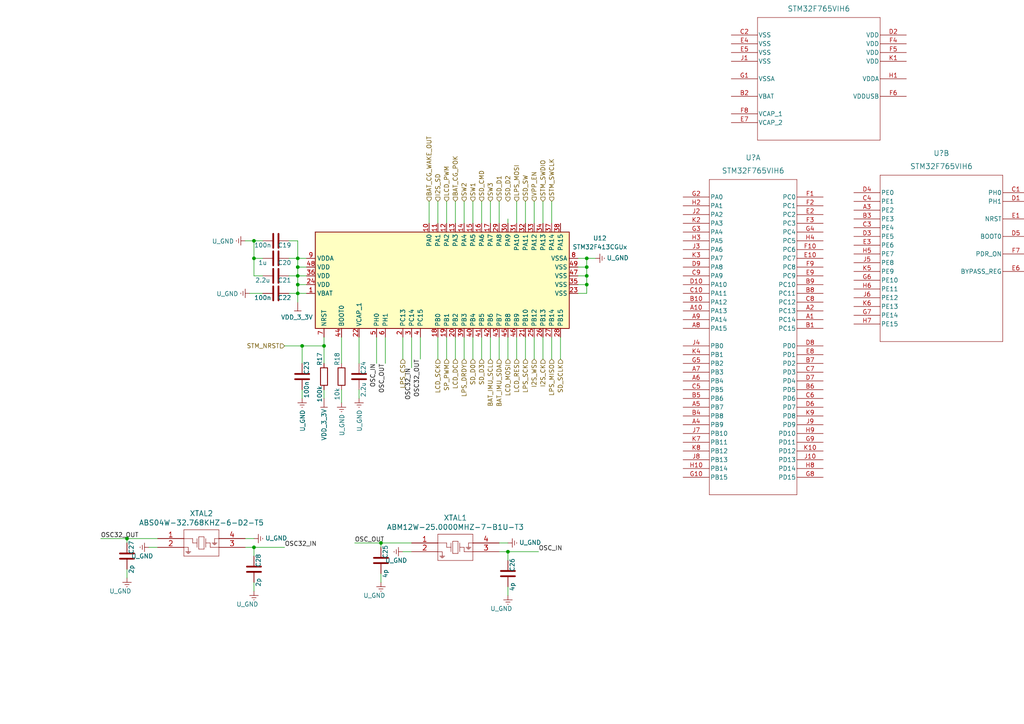
<source format=kicad_sch>
(kicad_sch (version 20211123) (generator eeschema)
  (paper "A4")
  (lib_symbols
    (symbol "Device:C" (pin_numbers hide) (pin_names (offset 0.254))
      (property "Reference" "C" (at 0.635 2.54 0))
      (property "Value" "C" (at 0.635 -2.54 0))
      (symbol "C_0_1"
        (polyline (pts (xy -2.032 -0.762) (xy 2.032 -0.762)) (stroke (width 0.508)))
        (polyline (pts (xy -2.032 0.762) (xy 2.032 0.762)) (stroke (width 0.508)))
      )
      (symbol "C_1_1"
        (pin passive line (at 0 3.81 270) (length 2.794) (name "~") (number "1"))
        (pin passive line (at 0 -3.81 90) (length 2.794) (name "~") (number "2"))
      )
    )
    (symbol "Device:R" (pin_numbers hide) (pin_names (offset 0))
      (property "Reference" "R" (at 2.032 0 90))
      (property "Value" "R" (at 0 0 90))
      (symbol "R_0_1"
        (rectangle (start -1.016 -2.54) (end 1.016 2.54) (stroke (width 0.254)))
      )
      (symbol "R_1_1"
        (pin passive line (at 0 3.81 270) (length 1.27) (name "~") (number "1"))
        (pin passive line (at 0 -3.81 90) (length 1.27) (name "~") (number "2"))
      )
    )
    (symbol "MCU_ST_STM32F4:STM32F413CGUx"
      (property "Reference" "U" (at -15.24 36.83 0))
      (property "Value" "STM32F413CGUx" (at 7.62 36.83 0))
      (symbol "STM32F413CGUx_0_1"
        (rectangle (start -15.24 -38.1) (end 12.7 35.56) (stroke (width 0.254)) (fill (type background)))
      )
      (symbol "STM32F413CGUx_1_1"
        (pin power_in line (at -5.08 38.1 270) (length 2.54) (name "VBAT") (number "1"))
        (pin bidirectional line (at 15.24 2.54 180) (length 2.54) (name "PA0") (number "10"))
        (pin bidirectional line (at 15.24 0 180) (length 2.54) (name "PA1") (number "11"))
        (pin bidirectional line (at 15.24 -2.54 180) (length 2.54) (name "PA2") (number "12"))
        (pin bidirectional line (at 15.24 -5.08 180) (length 2.54) (name "PA3") (number "13"))
        (pin bidirectional line (at 15.24 -7.62 180) (length 2.54) (name "PA4") (number "14"))
        (pin bidirectional line (at 15.24 -10.16 180) (length 2.54) (name "PA5") (number "15"))
        (pin bidirectional line (at 15.24 -12.7 180) (length 2.54) (name "PA6") (number "16"))
        (pin bidirectional line (at 15.24 -15.24 180) (length 2.54) (name "PA7") (number "17"))
        (pin bidirectional line (at -17.78 0 0) (length 2.54) (name "PB0") (number "18"))
        (pin bidirectional line (at -17.78 -2.54 0) (length 2.54) (name "PB1") (number "19"))
        (pin bidirectional line (at -17.78 10.16 0) (length 2.54) (name "PC13") (number "2"))
        (pin bidirectional line (at -17.78 -5.08 0) (length 2.54) (name "PB2") (number "20"))
        (pin bidirectional line (at -17.78 -25.4 0) (length 2.54) (name "PB10") (number "21"))
        (pin power_in line (at -17.78 22.86 0) (length 2.54) (name "VCAP_1") (number "22"))
        (pin power_in line (at -5.08 -40.64 90) (length 2.54) (name "VSS") (number "23"))
        (pin power_in line (at -2.54 38.1 270) (length 2.54) (name "VDD") (number "24"))
        (pin bidirectional line (at -17.78 -27.94 0) (length 2.54) (name "PB12") (number "25"))
        (pin bidirectional line (at -17.78 -30.48 0) (length 2.54) (name "PB13") (number "26"))
        (pin bidirectional line (at -17.78 -33.02 0) (length 2.54) (name "PB14") (number "27"))
        (pin bidirectional line (at -17.78 -35.56 0) (length 2.54) (name "PB15") (number "28"))
        (pin bidirectional line (at 15.24 -17.78 180) (length 2.54) (name "PA8") (number "29"))
        (pin bidirectional line (at -17.78 7.62 0) (length 2.54) (name "PC14") (number "3"))
        (pin bidirectional line (at 15.24 -20.32 180) (length 2.54) (name "PA9") (number "30"))
        (pin bidirectional line (at 15.24 -22.86 180) (length 2.54) (name "PA10") (number "31"))
        (pin bidirectional line (at 15.24 -25.4 180) (length 2.54) (name "PA11") (number "32"))
        (pin bidirectional line (at 15.24 -27.94 180) (length 2.54) (name "PA12") (number "33"))
        (pin bidirectional line (at 15.24 -30.48 180) (length 2.54) (name "PA13") (number "34"))
        (pin power_in line (at -2.54 -40.64 90) (length 2.54) (name "VSS") (number "35"))
        (pin power_in line (at 0 38.1 270) (length 2.54) (name "VDD") (number "36"))
        (pin bidirectional line (at 15.24 -33.02 180) (length 2.54) (name "PA14") (number "37"))
        (pin bidirectional line (at 15.24 -35.56 180) (length 2.54) (name "PA15") (number "38"))
        (pin bidirectional line (at -17.78 -7.62 0) (length 2.54) (name "PB3") (number "39"))
        (pin bidirectional line (at -17.78 5.08 0) (length 2.54) (name "PC15") (number "4"))
        (pin bidirectional line (at -17.78 -10.16 0) (length 2.54) (name "PB4") (number "40"))
        (pin bidirectional line (at -17.78 -12.7 0) (length 2.54) (name "PB5") (number "41"))
        (pin bidirectional line (at -17.78 -15.24 0) (length 2.54) (name "PB6") (number "42"))
        (pin bidirectional line (at -17.78 -17.78 0) (length 2.54) (name "PB7") (number "43"))
        (pin input line (at -17.78 27.94 0) (length 2.54) (name "BOOT0") (number "44"))
        (pin bidirectional line (at -17.78 -20.32 0) (length 2.54) (name "PB8") (number "45"))
        (pin bidirectional line (at -17.78 -22.86 0) (length 2.54) (name "PB9") (number "46"))
        (pin power_in line (at 0 -40.64 90) (length 2.54) (name "VSS") (number "47"))
        (pin power_in line (at 2.54 38.1 270) (length 2.54) (name "VDD") (number "48"))
        (pin power_in line (at 2.54 -40.64 90) (length 2.54) (name "VSS") (number "49"))
        (pin input line (at -17.78 17.78 0) (length 2.54) (name "PH0") (number "5"))
        (pin input line (at -17.78 15.24 0) (length 2.54) (name "PH1") (number "6"))
        (pin input line (at -17.78 33.02 0) (length 2.54) (name "NRST") (number "7"))
        (pin power_in line (at 5.08 -40.64 90) (length 2.54) (name "VSSA") (number "8"))
        (pin power_in line (at 5.08 38.1 270) (length 2.54) (name "VDDA") (number "9"))
      )
    )
    (symbol "User_library:ABM12W-25.0000MHZ-7-B1U-T3" (pin_names (offset 0.254) hide)
      (property "Reference" "XTAL" (at 12.7 3.81 0))
      (property "Value" "User_library_ABM12W-25.0000MHZ-7-B1U-T3" (at 12.7 -7.62 0))
      (symbol "ABM12W-25.0000MHZ-7-B1U-T3_1_1"
        (polyline (pts (xy 7.62 -5.08) (xy 17.78 -5.08)) (stroke (width 0.127)))
        (polyline (pts (xy 7.62 -2.54) (xy 8.89 -2.54)) (stroke (width 0.127)))
        (polyline (pts (xy 7.62 0) (xy 10.16 0)) (stroke (width 0.127)))
        (polyline (pts (xy 7.62 2.54) (xy 7.62 -5.08)) (stroke (width 0.127)))
        (polyline (pts (xy 8.128 -3.81) (xy 9.652 -3.81)) (stroke (width 0.127)))
        (polyline (pts (xy 8.382 -4.064) (xy 9.398 -4.064)) (stroke (width 0.127)))
        (polyline (pts (xy 8.636 -4.318) (xy 9.144 -4.318)) (stroke (width 0.127)))
        (polyline (pts (xy 8.89 -2.54) (xy 8.89 -3.81)) (stroke (width 0.127)))
        (polyline (pts (xy 10.16 -1.27) (xy 11.43 -1.27)) (stroke (width 0.127)))
        (polyline (pts (xy 10.16 0) (xy 10.16 -1.27)) (stroke (width 0.127)))
        (polyline (pts (xy 11.43 0) (xy 11.43 -2.54)) (stroke (width 0.127)))
        (polyline (pts (xy 11.938 -3.048) (xy 13.462 -3.048)) (stroke (width 0.127)))
        (polyline (pts (xy 11.938 0.508) (xy 11.938 -3.048)) (stroke (width 0.127)))
        (polyline (pts (xy 13.462 -3.048) (xy 13.462 0.508)) (stroke (width 0.127)))
        (polyline (pts (xy 13.462 0.508) (xy 11.938 0.508)) (stroke (width 0.127)))
        (polyline (pts (xy 13.97 -1.27) (xy 15.24 -1.27)) (stroke (width 0.127)))
        (polyline (pts (xy 13.97 0) (xy 13.97 -2.54)) (stroke (width 0.127)))
        (polyline (pts (xy 15.24 -2.54) (xy 17.78 -2.54)) (stroke (width 0.127)))
        (polyline (pts (xy 15.24 -1.27) (xy 15.24 -2.54)) (stroke (width 0.127)))
        (polyline (pts (xy 16.51 0) (xy 16.51 -1.27)) (stroke (width 0.127)))
        (polyline (pts (xy 16.764 -1.778) (xy 16.256 -1.778)) (stroke (width 0.127)))
        (polyline (pts (xy 17.018 -1.524) (xy 16.002 -1.524)) (stroke (width 0.127)))
        (polyline (pts (xy 17.272 -1.27) (xy 15.748 -1.27)) (stroke (width 0.127)))
        (polyline (pts (xy 17.78 -5.08) (xy 17.78 2.54)) (stroke (width 0.127)))
        (polyline (pts (xy 17.78 0) (xy 16.51 0)) (stroke (width 0.127)))
        (polyline (pts (xy 17.78 2.54) (xy 7.62 2.54)) (stroke (width 0.127)))
        (pin unspecified line (at 0 0 0) (length 7.62) (name "1") (number "1"))
        (pin unspecified line (at 0 -2.54 0) (length 7.62) (name "2") (number "2"))
        (pin unspecified line (at 25.4 -2.54 180) (length 7.62) (name "3") (number "3"))
        (pin unspecified line (at 25.4 0 180) (length 7.62) (name "4") (number "4"))
      )
    )
    (symbol "User_library:ABS04W-32.768KHZ-6-D2-T5" (pin_names (offset 0.254) hide)
      (property "Reference" "XTAL" (at 12.7 3.81 0))
      (property "Value" "User_library_ABS04W-32.768KHZ-6-D2-T5" (at 12.7 -7.62 0))
      (symbol "ABS04W-32.768KHZ-6-D2-T5_1_1"
        (polyline (pts (xy 7.62 -5.08) (xy 17.78 -5.08)) (stroke (width 0.127)))
        (polyline (pts (xy 7.62 -2.54) (xy 8.89 -2.54)) (stroke (width 0.127)))
        (polyline (pts (xy 7.62 0) (xy 10.16 0)) (stroke (width 0.127)))
        (polyline (pts (xy 7.62 2.54) (xy 7.62 -5.08)) (stroke (width 0.127)))
        (polyline (pts (xy 8.128 -3.81) (xy 9.652 -3.81)) (stroke (width 0.127)))
        (polyline (pts (xy 8.382 -4.064) (xy 9.398 -4.064)) (stroke (width 0.127)))
        (polyline (pts (xy 8.636 -4.318) (xy 9.144 -4.318)) (stroke (width 0.127)))
        (polyline (pts (xy 8.89 -2.54) (xy 8.89 -3.81)) (stroke (width 0.127)))
        (polyline (pts (xy 10.16 -1.27) (xy 11.43 -1.27)) (stroke (width 0.127)))
        (polyline (pts (xy 10.16 0) (xy 10.16 -1.27)) (stroke (width 0.127)))
        (polyline (pts (xy 11.43 0) (xy 11.43 -2.54)) (stroke (width 0.127)))
        (polyline (pts (xy 11.938 -3.048) (xy 13.462 -3.048)) (stroke (width 0.127)))
        (polyline (pts (xy 11.938 0.508) (xy 11.938 -3.048)) (stroke (width 0.127)))
        (polyline (pts (xy 13.462 -3.048) (xy 13.462 0.508)) (stroke (width 0.127)))
        (polyline (pts (xy 13.462 0.508) (xy 11.938 0.508)) (stroke (width 0.127)))
        (polyline (pts (xy 13.97 -1.27) (xy 15.24 -1.27)) (stroke (width 0.127)))
        (polyline (pts (xy 13.97 0) (xy 13.97 -2.54)) (stroke (width 0.127)))
        (polyline (pts (xy 15.24 -2.54) (xy 17.78 -2.54)) (stroke (width 0.127)))
        (polyline (pts (xy 15.24 -1.27) (xy 15.24 -2.54)) (stroke (width 0.127)))
        (polyline (pts (xy 16.51 0) (xy 16.51 -1.27)) (stroke (width 0.127)))
        (polyline (pts (xy 16.764 -1.778) (xy 16.256 -1.778)) (stroke (width 0.127)))
        (polyline (pts (xy 17.018 -1.524) (xy 16.002 -1.524)) (stroke (width 0.127)))
        (polyline (pts (xy 17.272 -1.27) (xy 15.748 -1.27)) (stroke (width 0.127)))
        (polyline (pts (xy 17.78 -5.08) (xy 17.78 2.54)) (stroke (width 0.127)))
        (polyline (pts (xy 17.78 0) (xy 16.51 0)) (stroke (width 0.127)))
        (polyline (pts (xy 17.78 2.54) (xy 7.62 2.54)) (stroke (width 0.127)))
        (pin unspecified line (at 0 0 0) (length 7.62) (name "1") (number "1"))
        (pin unspecified line (at 0 -2.54 0) (length 7.62) (name "2") (number "2"))
        (pin unspecified line (at 25.4 -2.54 180) (length 7.62) (name "3") (number "3"))
        (pin unspecified line (at 25.4 0 180) (length 7.62) (name "4") (number "4"))
      )
    )
    (symbol "User_library:STM32F765VIH6" (pin_names (offset 0.254))
      (property "Reference" "U" (at 20.32 10.16 0))
      (property "Value" "STM32F765VIH6" (at 20.32 7.62 0))
      (symbol "STM32F765VIH6_1_1"
        (polyline (pts (xy 7.62 -86.36) (xy 33.02 -86.36)) (stroke (width 0.127)))
        (polyline (pts (xy 7.62 5.08) (xy 7.62 -86.36)) (stroke (width 0.127)))
        (polyline (pts (xy 33.02 -86.36) (xy 33.02 5.08)) (stroke (width 0.127)))
        (polyline (pts (xy 33.02 5.08) (xy 7.62 5.08)) (stroke (width 0.127)))
        (pin bidirectional line (at 40.64 -35.56 180) (length 7.62) (name "PC14") (number "A1"))
        (pin bidirectional line (at 0 -33.02 0) (length 7.62) (name "PA13") (number "A10"))
        (pin bidirectional line (at 40.64 -33.02 180) (length 7.62) (name "PC13") (number "A2"))
        (pin bidirectional line (at 0 -66.04 0) (length 7.62) (name "PB9") (number "A4"))
        (pin bidirectional line (at 0 -60.96 0) (length 7.62) (name "PB7") (number "A5"))
        (pin bidirectional line (at 0 -53.34 0) (length 7.62) (name "PB4") (number "A6"))
        (pin bidirectional line (at 0 -50.8 0) (length 7.62) (name "PB3") (number "A7"))
        (pin bidirectional line (at 0 -38.1 0) (length 7.62) (name "PA15") (number "A8"))
        (pin bidirectional line (at 0 -35.56 0) (length 7.62) (name "PA14") (number "A9"))
        (pin bidirectional line (at 40.64 -38.1 180) (length 7.62) (name "PC15") (number "B1"))
        (pin bidirectional line (at 0 -30.48 0) (length 7.62) (name "PA12") (number "B10"))
        (pin bidirectional line (at 0 -63.5 0) (length 7.62) (name "PB8") (number "B4"))
        (pin bidirectional line (at 0 -58.42 0) (length 7.62) (name "PB6") (number "B5"))
        (pin bidirectional line (at 40.64 -55.88 180) (length 7.62) (name "PD5") (number "B6"))
        (pin bidirectional line (at 40.64 -48.26 180) (length 7.62) (name "PD2") (number "B7"))
        (pin bidirectional line (at 40.64 -27.94 180) (length 7.62) (name "PC11") (number "B8"))
        (pin bidirectional line (at 40.64 -25.4 180) (length 7.62) (name "PC10") (number "B9"))
        (pin bidirectional line (at 0 -27.94 0) (length 7.62) (name "PA11") (number "C10"))
        (pin bidirectional line (at 0 -55.88 0) (length 7.62) (name "PB5") (number "C5"))
        (pin bidirectional line (at 40.64 -58.42 180) (length 7.62) (name "PD6") (number "C6"))
        (pin bidirectional line (at 40.64 -50.8 180) (length 7.62) (name "PD3") (number "C7"))
        (pin bidirectional line (at 40.64 -30.48 180) (length 7.62) (name "PC12") (number "C8"))
        (pin bidirectional line (at 0 -22.86 0) (length 7.62) (name "PA9") (number "C9"))
        (pin bidirectional line (at 0 -25.4 0) (length 7.62) (name "PA10") (number "D10"))
        (pin bidirectional line (at 40.64 -60.96 180) (length 7.62) (name "PD7") (number "D6"))
        (pin bidirectional line (at 40.64 -53.34 180) (length 7.62) (name "PD4") (number "D7"))
        (pin bidirectional line (at 40.64 -43.18 180) (length 7.62) (name "PD0") (number "D8"))
        (pin bidirectional line (at 0 -20.32 0) (length 7.62) (name "PA8") (number "D9"))
        (pin bidirectional line (at 40.64 -17.78 180) (length 7.62) (name "PC7") (number "E10"))
        (pin bidirectional line (at 40.64 -5.08 180) (length 7.62) (name "PC2") (number "E2"))
        (pin bidirectional line (at 40.64 -45.72 180) (length 7.62) (name "PD1") (number "E8"))
        (pin bidirectional line (at 40.64 -22.86 180) (length 7.62) (name "PC9") (number "E9"))
        (pin bidirectional line (at 40.64 0 180) (length 7.62) (name "PC0") (number "F1"))
        (pin bidirectional line (at 40.64 -15.24 180) (length 7.62) (name "PC6") (number "F10"))
        (pin bidirectional line (at 40.64 -2.54 180) (length 7.62) (name "PC1") (number "F2"))
        (pin bidirectional line (at 40.64 -7.62 180) (length 7.62) (name "PC3") (number "F3"))
        (pin bidirectional line (at 40.64 -20.32 180) (length 7.62) (name "PC8") (number "F9"))
        (pin bidirectional line (at 0 -81.28 0) (length 7.62) (name "PB15") (number "G10"))
        (pin bidirectional line (at 0 0 0) (length 7.62) (name "PA0") (number "G2"))
        (pin bidirectional line (at 0 -10.16 0) (length 7.62) (name "PA4") (number "G3"))
        (pin bidirectional line (at 40.64 -10.16 180) (length 7.62) (name "PC4") (number "G4"))
        (pin bidirectional line (at 0 -48.26 0) (length 7.62) (name "PB2") (number "G5"))
        (pin bidirectional line (at 40.64 -81.28 180) (length 7.62) (name "PD15") (number "G8"))
        (pin bidirectional line (at 40.64 -71.12 180) (length 7.62) (name "PD11") (number "G9"))
        (pin bidirectional line (at 0 -78.74 0) (length 7.62) (name "PB14") (number "H10"))
        (pin bidirectional line (at 0 -2.54 0) (length 7.62) (name "PA1") (number "H2"))
        (pin bidirectional line (at 0 -12.7 0) (length 7.62) (name "PA5") (number "H3"))
        (pin bidirectional line (at 40.64 -12.7 180) (length 7.62) (name "PC5") (number "H4"))
        (pin bidirectional line (at 40.64 -78.74 180) (length 7.62) (name "PD14") (number "H8"))
        (pin bidirectional line (at 40.64 -68.58 180) (length 7.62) (name "PD10") (number "H9"))
        (pin bidirectional line (at 40.64 -76.2 180) (length 7.62) (name "PD13") (number "J10"))
        (pin bidirectional line (at 0 -5.08 0) (length 7.62) (name "PA2") (number "J2"))
        (pin bidirectional line (at 0 -15.24 0) (length 7.62) (name "PA6") (number "J3"))
        (pin bidirectional line (at 0 -43.18 0) (length 7.62) (name "PB0") (number "J4"))
        (pin bidirectional line (at 0 -68.58 0) (length 7.62) (name "PB10") (number "J7"))
        (pin bidirectional line (at 0 -76.2 0) (length 7.62) (name "PB13") (number "J8"))
        (pin bidirectional line (at 40.64 -66.04 180) (length 7.62) (name "PD9") (number "J9"))
        (pin bidirectional line (at 40.64 -73.66 180) (length 7.62) (name "PD12") (number "K10"))
        (pin bidirectional line (at 0 -7.62 0) (length 7.62) (name "PA3") (number "K2"))
        (pin bidirectional line (at 0 -17.78 0) (length 7.62) (name "PA7") (number "K3"))
        (pin bidirectional line (at 0 -45.72 0) (length 7.62) (name "PB1") (number "K4"))
        (pin bidirectional line (at 0 -71.12 0) (length 7.62) (name "PB11") (number "K7"))
        (pin bidirectional line (at 0 -73.66 0) (length 7.62) (name "PB12") (number "K8"))
        (pin bidirectional line (at 40.64 -63.5 180) (length 7.62) (name "PD8") (number "K9"))
      )
      (symbol "STM32F765VIH6_2_1"
        (polyline (pts (xy 7.62 -43.18) (xy 43.18 -43.18)) (stroke (width 0.127)))
        (polyline (pts (xy 7.62 5.08) (xy 7.62 -43.18)) (stroke (width 0.127)))
        (polyline (pts (xy 43.18 -43.18) (xy 43.18 5.08)) (stroke (width 0.127)))
        (polyline (pts (xy 43.18 5.08) (xy 7.62 5.08)) (stroke (width 0.127)))
        (pin bidirectional line (at 0 -5.08 0) (length 7.62) (name "PE2") (number "A3"))
        (pin bidirectional line (at 0 -7.62 0) (length 7.62) (name "PE3") (number "B3"))
        (pin bidirectional line (at 50.8 0 180) (length 7.62) (name "PH0") (number "C1"))
        (pin bidirectional line (at 0 -10.16 0) (length 7.62) (name "PE4") (number "C3"))
        (pin bidirectional line (at 0 -2.54 0) (length 7.62) (name "PE1") (number "C4"))
        (pin bidirectional line (at 50.8 -2.54 180) (length 7.62) (name "PH1") (number "D1"))
        (pin bidirectional line (at 0 -12.7 0) (length 7.62) (name "PE5") (number "D3"))
        (pin bidirectional line (at 0 0 0) (length 7.62) (name "PE0") (number "D4"))
        (pin input line (at 50.8 -12.7 180) (length 7.62) (name "BOOT0") (number "D5"))
        (pin bidirectional line (at 50.8 -7.62 180) (length 7.62) (name "NRST") (number "E1"))
        (pin bidirectional line (at 0 -15.24 0) (length 7.62) (name "PE6") (number "E3"))
        (pin bidirectional line (at 50.8 -22.86 180) (length 7.62) (name "BYPASS_REG") (number "E6"))
        (pin bidirectional line (at 50.8 -17.78 180) (length 7.62) (name "PDR_ON") (number "F7"))
        (pin bidirectional line (at 0 -25.4 0) (length 7.62) (name "PE10") (number "G6"))
        (pin bidirectional line (at 0 -35.56 0) (length 7.62) (name "PE14") (number "G7"))
        (pin bidirectional line (at 0 -17.78 0) (length 7.62) (name "PE7") (number "H5"))
        (pin bidirectional line (at 0 -27.94 0) (length 7.62) (name "PE11") (number "H6"))
        (pin bidirectional line (at 0 -38.1 0) (length 7.62) (name "PE15") (number "H7"))
        (pin bidirectional line (at 0 -20.32 0) (length 7.62) (name "PE8") (number "J5"))
        (pin bidirectional line (at 0 -30.48 0) (length 7.62) (name "PE12") (number "J6"))
        (pin bidirectional line (at 0 -22.86 0) (length 7.62) (name "PE9") (number "K5"))
        (pin bidirectional line (at 0 -33.02 0) (length 7.62) (name "PE13") (number "K6"))
      )
      (symbol "STM32F765VIH6_3_1"
        (polyline (pts (xy 7.62 -30.48) (xy 43.18 -30.48)) (stroke (width 0.127)))
        (polyline (pts (xy 7.62 5.08) (xy 7.62 -30.48)) (stroke (width 0.127)))
        (polyline (pts (xy 43.18 -30.48) (xy 43.18 5.08)) (stroke (width 0.127)))
        (polyline (pts (xy 43.18 5.08) (xy 7.62 5.08)) (stroke (width 0.127)))
        (pin power_in line (at 0 -17.78 0) (length 7.62) (name "VBAT") (number "B2"))
        (pin power_in line (at 0 0 0) (length 7.62) (name "VSS") (number "C2"))
        (pin power_in line (at 50.8 0 180) (length 7.62) (name "VDD") (number "D2"))
        (pin power_in line (at 0 -2.54 0) (length 7.62) (name "VSS") (number "E4"))
        (pin power_in line (at 0 -5.08 0) (length 7.62) (name "VSS") (number "E5"))
        (pin power_in line (at 0 -25.4 0) (length 7.62) (name "VCAP_2") (number "E7"))
        (pin power_in line (at 50.8 -2.54 180) (length 7.62) (name "VDD") (number "F4"))
        (pin power_in line (at 50.8 -5.08 180) (length 7.62) (name "VDD") (number "F5"))
        (pin power_in line (at 50.8 -17.78 180) (length 7.62) (name "VDDUSB") (number "F6"))
        (pin power_in line (at 0 -22.86 0) (length 7.62) (name "VCAP_1") (number "F8"))
        (pin power_in line (at 0 -12.7 0) (length 7.62) (name "VSSA") (number "G1"))
        (pin power_in line (at 50.8 -12.7 180) (length 7.62) (name "VDDA") (number "H1"))
        (pin power_in line (at 0 -7.62 0) (length 7.62) (name "VSS") (number "J1"))
        (pin power_in line (at 50.8 -7.62 180) (length 7.62) (name "VDD") (number "K1"))
      )
    )
    (symbol "User_power:GND" (power) (pin_names (offset 0))
      (property "Value" "User_power_GND" (at 0 -3.81 0))
      (symbol "GND_0_1"
        (polyline (pts (xy -0.635 -1.905) (xy 0.635 -1.905)))
        (polyline (pts (xy -0.127 -2.54) (xy 0.127 -2.54)))
        (polyline (pts (xy 0 -1.27) (xy 0 0)))
        (polyline (pts (xy 1.27 -1.27) (xy -1.27 -1.27)))
      )
      (symbol "GND_1_1"
        (pin power_in line (at 0 0 270) (length 0) hide (name "U_GND") (number "1"))
      )
    )
    (symbol "User_power:VDD_3.3V" (power) (pin_names (offset 0))
      (property "Value" "User_power_VDD_3.3V" (at 0 3.81 0))
      (symbol "VDD_3.3V_0_1"
        (polyline (pts (xy -1.016 2.54) (xy 0 2.54)))
        (polyline (pts (xy 0 0) (xy 0 2.54)))
        (polyline (pts (xy 0 2.54) (xy 1.016 2.54)))
      )
      (symbol "VDD_3.3V_1_1"
        (pin power_in line (at 0 0 90) (length 0) hide (name "VDD_3_3V") (number "1"))
      )
    )
  )
  (junction (at 86.36 85.09))
  (junction (at 110.49 157.48))
  (junction (at 86.36 80.01))
  (junction (at 73.66 69.85))
  (junction (at 86.36 82.55))
  (junction (at 73.66 158.75))
  (junction (at 86.36 77.47))
  (junction (at 170.18 74.93))
  (junction (at 147.32 160.02))
  (junction (at 36.83 156.21))
  (junction (at 170.18 82.55))
  (junction (at 170.18 80.01))
  (junction (at 86.36 74.93))
  (junction (at 170.18 77.47))
  (junction (at 87.63 100.33))
  (junction (at 73.66 74.93))
  (junction (at 93.98 100.33))
  (wire (pts (xy 147.32 160.02) (xy 156.21 160.02)))
  (wire (pts (xy 144.78 58.42) (xy 144.78 64.77)))
  (wire (pts (xy 147.32 63.5) (xy 147.32 64.77)))
  (wire (pts (xy 147.32 160.02) (xy 147.32 162.56)))
  (wire (pts (xy 73.66 74.93) (xy 73.66 80.01)))
  (wire (pts (xy 127 104.14) (xy 127 97.79)))
  (wire (pts (xy 147.32 104.14) (xy 147.32 97.79)))
  (wire (pts (xy 149.86 58.42) (xy 149.86 64.77)))
  (wire (pts (xy 82.55 100.33) (xy 87.63 100.33)))
  (wire (pts (xy 99.06 116.84) (xy 99.06 113.03)))
  (wire (pts (xy 86.36 80.01) (xy 83.82 80.01)))
  (wire (pts (xy 111.76 97.79) (xy 111.76 105.41)))
  (wire (pts (xy 36.83 156.21) (xy 29.21 156.21)))
  (wire (pts (xy 172.72 74.93) (xy 170.18 74.93)))
  (wire (pts (xy 142.24 58.42) (xy 142.24 64.77)))
  (wire (pts (xy 157.48 64.77) (xy 157.48 58.42)))
  (wire (pts (xy 86.36 87.63) (xy 86.36 85.09)))
  (wire (pts (xy 86.36 69.85) (xy 86.36 74.93)))
  (wire (pts (xy 93.98 115.57) (xy 93.98 113.03)))
  (wire (pts (xy 127 58.42) (xy 127 64.77)))
  (wire (pts (xy 86.36 82.55) (xy 86.36 85.09)))
  (wire (pts (xy 87.63 113.03) (xy 87.63 115.57)))
  (wire (pts (xy 86.36 74.93) (xy 88.9 74.93)))
  (wire (pts (xy 170.18 74.93) (xy 167.64 74.93)))
  (wire (pts (xy 137.16 97.79) (xy 137.16 104.14)))
  (wire (pts (xy 142.24 104.14) (xy 142.24 97.79)))
  (wire (pts (xy 160.02 58.42) (xy 160.02 64.77)))
  (wire (pts (xy 87.63 105.41) (xy 87.63 100.33)))
  (wire (pts (xy 86.36 82.55) (xy 86.36 80.01)))
  (wire (pts (xy 104.14 97.79) (xy 104.14 105.41)))
  (wire (pts (xy 88.9 82.55) (xy 86.36 82.55)))
  (wire (pts (xy 45.72 156.21) (xy 36.83 156.21)))
  (wire (pts (xy 121.92 104.14) (xy 121.92 97.79)))
  (wire (pts (xy 124.46 58.42) (xy 124.46 64.77)))
  (wire (pts (xy 137.16 58.42) (xy 137.16 64.77)))
  (wire (pts (xy 149.86 104.14) (xy 149.86 97.79)))
  (wire (pts (xy 167.64 82.55) (xy 170.18 82.55)))
  (wire (pts (xy 104.14 113.03) (xy 104.14 115.57)))
  (wire (pts (xy 119.38 157.48) (xy 110.49 157.48)))
  (wire (pts (xy 154.94 97.79) (xy 154.94 104.14)))
  (wire (pts (xy 132.08 58.42) (xy 132.08 64.77)))
  (wire (pts (xy 99.06 105.41) (xy 99.06 97.79)))
  (wire (pts (xy 36.83 156.21) (xy 36.83 157.48)))
  (wire (pts (xy 83.82 69.85) (xy 86.36 69.85)))
  (wire (pts (xy 36.83 167.64) (xy 36.83 165.1)))
  (wire (pts (xy 93.98 100.33) (xy 93.98 105.41)))
  (wire (pts (xy 73.66 158.75) (xy 82.55 158.75)))
  (wire (pts (xy 86.36 77.47) (xy 86.36 80.01)))
  (wire (pts (xy 157.48 104.14) (xy 157.48 97.79)))
  (wire (pts (xy 144.78 160.02) (xy 147.32 160.02)))
  (wire (pts (xy 134.62 58.42) (xy 134.62 64.77)))
  (wire (pts (xy 170.18 77.47) (xy 170.18 74.93)))
  (wire (pts (xy 86.36 77.47) (xy 88.9 77.47)))
  (wire (pts (xy 152.4 64.77) (xy 152.4 58.42)))
  (wire (pts (xy 73.66 168.91) (xy 73.66 171.45)))
  (wire (pts (xy 93.98 97.79) (xy 93.98 100.33)))
  (wire (pts (xy 109.22 97.79) (xy 109.22 105.41)))
  (wire (pts (xy 144.78 104.14) (xy 144.78 97.79)))
  (wire (pts (xy 71.12 158.75) (xy 73.66 158.75)))
  (wire (pts (xy 170.18 85.09) (xy 170.18 82.55)))
  (wire (pts (xy 43.18 158.75) (xy 45.72 158.75)))
  (wire (pts (xy 110.49 157.48) (xy 102.87 157.48)))
  (wire (pts (xy 147.32 157.48) (xy 144.78 157.48)))
  (wire (pts (xy 134.62 97.79) (xy 134.62 104.14)))
  (wire (pts (xy 73.66 158.75) (xy 73.66 161.29)))
  (wire (pts (xy 86.36 85.09) (xy 83.82 85.09)))
  (wire (pts (xy 86.36 74.93) (xy 83.82 74.93)))
  (wire (pts (xy 129.54 97.79) (xy 129.54 104.14)))
  (wire (pts (xy 132.08 97.79) (xy 132.08 104.14)))
  (wire (pts (xy 160.02 104.14) (xy 160.02 97.79)))
  (wire (pts (xy 116.84 160.02) (xy 119.38 160.02)))
  (wire (pts (xy 139.7 58.42) (xy 139.7 64.77)))
  (wire (pts (xy 167.64 77.47) (xy 170.18 77.47)))
  (wire (pts (xy 152.4 97.79) (xy 152.4 104.14)))
  (wire (pts (xy 71.12 69.85) (xy 73.66 69.85)))
  (wire (pts (xy 119.38 106.68) (xy 119.38 97.79)))
  (wire (pts (xy 139.7 104.14) (xy 139.7 97.79)))
  (wire (pts (xy 76.2 80.01) (xy 73.66 80.01)))
  (wire (pts (xy 167.64 80.01) (xy 170.18 80.01)))
  (wire (pts (xy 129.54 64.77) (xy 129.54 58.42)))
  (wire (pts (xy 110.49 168.91) (xy 110.49 166.37)))
  (wire (pts (xy 88.9 85.09) (xy 86.36 85.09)))
  (wire (pts (xy 170.18 80.01) (xy 170.18 77.47)))
  (wire (pts (xy 86.36 80.01) (xy 88.9 80.01)))
  (wire (pts (xy 76.2 85.09) (xy 72.39 85.09)))
  (wire (pts (xy 170.18 85.09) (xy 167.64 85.09)))
  (wire (pts (xy 162.56 104.14) (xy 162.56 97.79)))
  (wire (pts (xy 116.84 104.14) (xy 116.84 97.79)))
  (wire (pts (xy 73.66 69.85) (xy 73.66 74.93)))
  (wire (pts (xy 73.66 156.21) (xy 71.12 156.21)))
  (wire (pts (xy 147.32 170.18) (xy 147.32 172.72)))
  (wire (pts (xy 87.63 100.33) (xy 93.98 100.33)))
  (wire (pts (xy 76.2 74.93) (xy 73.66 74.93)))
  (wire (pts (xy 170.18 80.01) (xy 170.18 82.55)))
  (wire (pts (xy 154.94 58.42) (xy 154.94 64.77)))
  (wire (pts (xy 110.49 157.48) (xy 110.49 158.75)))
  (wire (pts (xy 86.36 74.93) (xy 86.36 77.47)))
  (wire (pts (xy 76.2 69.85) (xy 73.66 69.85)))
  (label "OSC32_IN" (at 119.38 106.68 270))
  (label "OSC_OUT" (at 102.87 157.48 0))
  (label "OSC_IN" (at 156.21 160.02 0))
  (label "OSC32_OUT" (at 29.21 156.21 0))
  (label "OSC32_OUT" (at 121.92 104.14 270))
  (label "OSC_IN" (at 109.22 105.41 270))
  (label "OSC_OUT" (at 111.76 105.41 270))
  (label "OSC32_IN" (at 82.55 158.75 0))
  (hierarchical_label "SP_PWM" (shape input) (at 129.54 104.14 270))
  (hierarchical_label "SD_SW" (shape input) (at 152.4 58.42 90))
  (hierarchical_label "SD_D0" (shape input) (at 137.16 104.14 270))
  (hierarchical_label "SD_SCLK" (shape input) (at 162.56 104.14 270))
  (hierarchical_label "I2S_CK" (shape input) (at 157.48 104.14 270))
  (hierarchical_label "LCD_PWM" (shape input) (at 129.54 58.42 90))
  (hierarchical_label "BAT_CG_WAKE_OUT" (shape input) (at 124.46 58.42 90))
  (hierarchical_label "LPS_DRDY" (shape input) (at 134.62 104.14 270))
  (hierarchical_label "LCD_RES" (shape input) (at 149.86 104.14 270))
  (hierarchical_label "BAT_IMU_SDA" (shape input) (at 144.78 104.14 270))
  (hierarchical_label "SD_D3" (shape input) (at 139.7 104.14 270))
  (hierarchical_label "LPS_MOSI" (shape input) (at 149.86 58.42 90))
  (hierarchical_label "SW1" (shape input) (at 137.16 58.42 90))
  (hierarchical_label "I2S_SD" (shape input) (at 127 58.42 90))
  (hierarchical_label "BAT_CG_POK" (shape input) (at 132.08 58.42 90))
  (hierarchical_label "BAT_IMU_SCL" (shape input) (at 142.24 104.14 270))
  (hierarchical_label "LCD_SCK" (shape input) (at 127 104.14 270))
  (hierarchical_label "STM_SWDIO" (shape input) (at 157.48 58.42 90))
  (hierarchical_label "SD_D2" (shape input) (at 147.32 58.42 90))
  (hierarchical_label "VPP_EN" (shape input) (at 154.94 58.42 90))
  (hierarchical_label "LCD_MOSI" (shape input) (at 147.32 104.14 270))
  (hierarchical_label "LPS_SCK" (shape input) (at 152.4 104.14 270))
  (hierarchical_label "LCD_DC" (shape input) (at 132.08 104.14 270))
  (hierarchical_label "LPS_MISO" (shape input) (at 160.02 104.14 270))
  (hierarchical_label "SD_CMD" (shape input) (at 139.7 58.42 90))
  (hierarchical_label "STM_NRST" (shape input) (at 82.55 100.33 180))
  (hierarchical_label "LPS_CS" (shape input) (at 116.84 104.14 270))
  (hierarchical_label "SD_D1" (shape input) (at 144.78 58.42 90))
  (hierarchical_label "SW2" (shape input) (at 134.62 58.42 90))
  (hierarchical_label "STM_SWCLK" (shape input) (at 160.02 58.42 90))
  (hierarchical_label "SW3" (shape input) (at 142.24 58.42 90))
  (hierarchical_label "I2S_WS" (shape input) (at 154.94 104.14 270))
  (symbol (lib_id "Device:C") (at 80.01 85.09 90) (unit 1)
    (property "Reference" "C22" (at 82.55 86.36 90))
    (property "Value" "100n" (at 76.2 86.36 90))
    (property "Footprint" "User_library:UL_C_0402_1005Metric" (effects hide))
  )
  (symbol (lib_id "User_power:GND") (at 36.83 167.64 0) (unit 1)
    (property "Reference" "#PWR072" (effects hide))
    (property "Value" "GND" (at 38.1 171.45 0) (effects (justify right)))
  )
  (symbol (lib_id "Device:C") (at 147.32 166.37 180) (unit 1)
    (property "Reference" "C26" (at 148.59 163.83 90))
    (property "Value" "4p" (at 148.59 170.18 90))
    (property "Footprint" "User_library:UL_C_0402_1005Metric" (effects hide))
  )
  (symbol (lib_id "Device:C") (at 80.01 74.93 90) (unit 1)
    (property "Reference" "C20" (at 82.55 76.2 90))
    (property "Value" "1u" (at 76.2 76.2 90))
    (property "Footprint" "User_library:UL_C_0402_1005Metric" (effects hide))
  )
  (symbol (lib_id "User_power:VDD_3.3V") (at 86.36 87.63 180) (unit 1)
    (property "Reference" "#PWR059" (effects hide))
    (property "Value" "VDD_3.3V" (at 86.106 92.0242 0))
  )
  (symbol (lib_id "User_library:STM32F765VIH6") (at 198.12 57.15 0) (unit 1)
    (property "Reference" "U?" (at 218.44 45.72 0) (effects (font (size 1.524 1.524))))
    (property "Value" "STM32F765VIH6" (at 218.44 49.53 0) (effects (font (size 1.524 1.524))))
    (property "Footprint" "User_library:TFBGA100_STM" (effects hide))
    (property "Datasheet" "STM32F765VIH6" (effects hide))
  )
  (symbol (lib_id "User_power:GND") (at 43.18 158.75 270) (unit 1)
    (property "Reference" "#PWR073" (effects hide))
    (property "Value" "GND" (at 44.45 161.29 90) (effects (justify right)))
  )
  (symbol (lib_id "MCU_ST_STM32F4:STM32F413CGUx") (at 127 80.01 90) (unit 1)
    (property "Reference" "U12" (at 173.99 69.1005 90))
    (property "Value" "STM32F413CGUx" (at 173.99 71.6405 90))
    (property "Footprint" "Package_DFN_QFN:QFN-48-1EP_7x7mm_P0.5mm_EP5.6x5.6mm" (effects hide))
    (property "Datasheet" "http://www.st.com/st-web-ui/static/active/en/resource/technical/document/datasheet/DM00282249.pdf" (effects hide))
  )
  (symbol (lib_id "Device:C") (at 80.01 80.01 90) (unit 1)
    (property "Reference" "C21" (at 82.55 81.28 90))
    (property "Value" "2.2u" (at 76.2 81.28 90))
    (property "Footprint" "User_library:UL_C_0402_1005Metric" (effects hide))
  )
  (symbol (lib_id "User_power:GND") (at 72.39 85.09 270) (unit 1)
    (property "Reference" "#PWR058" (effects hide))
    (property "Value" "GND" (at 69.1388 85.217 90) (effects (justify right)))
  )
  (symbol (lib_id "User_power:GND") (at 73.66 171.45 0) (unit 1)
    (property "Reference" "#PWR075" (effects hide))
    (property "Value" "GND" (at 74.93 175.26 0) (effects (justify right)))
  )
  (symbol (lib_id "Device:C") (at 80.01 69.85 90) (unit 1)
    (property "Reference" "C19" (at 82.55 71.12 90))
    (property "Value" "100n" (at 76.2 71.12 90))
    (property "Footprint" "User_library:UL_C_0402_1005Metric" (effects hide))
  )
  (symbol (lib_id "Device:C") (at 110.49 162.56 180) (unit 1)
    (property "Reference" "C25" (at 111.76 160.02 90))
    (property "Value" "4p" (at 111.76 166.37 90))
    (property "Footprint" "User_library:UL_C_0402_1005Metric" (effects hide))
  )
  (symbol (lib_id "User_power:GND") (at 104.14 115.57 0) (unit 1)
    (property "Reference" "#PWR063" (effects hide))
    (property "Value" "GND" (at 104.267 118.8212 90) (effects (justify right)))
  )
  (symbol (lib_id "User_power:GND") (at 110.49 168.91 0) (unit 1)
    (property "Reference" "#PWR064" (effects hide))
    (property "Value" "GND" (at 111.76 172.72 0) (effects (justify right)))
  )
  (symbol (lib_id "User_library:STM32F765VIH6") (at 247.65 55.88 0) (unit 2)
    (property "Reference" "U?" (at 273.05 44.45 0) (effects (font (size 1.524 1.524))))
    (property "Value" "STM32F765VIH6" (at 273.05 48.26 0) (effects (font (size 1.524 1.524))))
    (property "Footprint" "User_library:TFBGA100_STM" (effects hide))
    (property "Datasheet" "STM32F765VIH6" (effects hide))
  )
  (symbol (lib_id "User_library:STM32F765VIH6") (at 212.09 10.16 0) (unit 3)
    (property "Reference" "U?" (at 237.49 -1.27 0) (effects (font (size 1.524 1.524))))
    (property "Value" "STM32F765VIH6" (at 237.49 2.54 0) (effects (font (size 1.524 1.524))))
    (property "Footprint" "User_library:TFBGA100_STM" (effects hide))
    (property "Datasheet" "STM32F765VIH6" (effects hide))
  )
  (symbol (lib_id "Device:R") (at 93.98 109.22 180) (unit 1)
    (property "Reference" "R17" (at 92.71 104.14 90))
    (property "Value" "100k" (at 92.71 114.3 90))
    (property "Footprint" "Resistor_SMD:R_0402_1005Metric" (effects hide))
  )
  (symbol (lib_id "User_power:GND") (at 99.06 116.84 0) (unit 1)
    (property "Reference" "#PWR062" (effects hide))
    (property "Value" "GND" (at 99.187 120.0912 90) (effects (justify right)))
  )
  (symbol (lib_id "User_library:ABM12W-25.0000MHZ-7-B1U-T3") (at 119.38 157.48 0) (unit 1)
    (property "Reference" "XTAL1" (at 132.08 150.1902 0) (effects (font (size 1.524 1.524))))
    (property "Value" "ABM12W-25.0000MHZ-7-B1U-T3" (at 132.08 152.8826 0) (effects (font (size 1.524 1.524))))
    (property "Footprint" "User_library:ABM12W" (effects hide))
  )
  (symbol (lib_id "User_library:ABS04W-32.768KHZ-6-D2-T5") (at 45.72 156.21 0) (unit 1)
    (property "Reference" "XTAL2" (at 58.42 148.9202 0) (effects (font (size 1.524 1.524))))
    (property "Value" "ABS04W-32.768KHZ-6-D2-T5" (at 58.42 151.6126 0) (effects (font (size 1.524 1.524))))
    (property "Footprint" "User_library:ABS04W" (effects hide))
  )
  (symbol (lib_id "User_power:GND") (at 116.84 160.02 270) (unit 1)
    (property "Reference" "#PWR065" (effects hide))
    (property "Value" "GND" (at 118.11 162.56 90) (effects (justify right)))
  )
  (symbol (lib_id "User_power:GND") (at 147.32 157.48 90) (unit 1)
    (property "Reference" "#PWR066" (effects hide))
    (property "Value" "GND" (at 150.5712 157.353 90) (effects (justify right)))
  )
  (symbol (lib_id "Device:C") (at 36.83 161.29 180) (unit 1)
    (property "Reference" "C27" (at 38.1 158.75 90))
    (property "Value" "2p" (at 38.1 165.1 90))
    (property "Footprint" "User_library:UL_C_0402_1005Metric" (effects hide))
  )
  (symbol (lib_id "Device:C") (at 73.66 165.1 180) (unit 1)
    (property "Reference" "C28" (at 74.93 162.56 90))
    (property "Value" "2p" (at 74.93 168.91 90))
    (property "Footprint" "User_library:UL_C_0402_1005Metric" (effects hide))
  )
  (symbol (lib_id "Device:R") (at 99.06 109.22 0) (unit 1)
    (property "Reference" "R18" (at 97.79 104.14 90))
    (property "Value" "10k" (at 97.79 114.3 90))
    (property "Footprint" "Resistor_SMD:R_0402_1005Metric" (effects hide))
  )
  (symbol (lib_id "Device:C") (at 87.63 109.22 180) (unit 1)
    (property "Reference" "C23" (at 88.9 106.68 90))
    (property "Value" "100n" (at 88.9 113.03 90))
    (property "Footprint" "User_library:UL_C_0402_1005Metric" (effects hide))
  )
  (symbol (lib_id "User_power:GND") (at 147.32 172.72 0) (unit 1)
    (property "Reference" "#PWR067" (effects hide))
    (property "Value" "GND" (at 148.59 176.53 0) (effects (justify right)))
  )
  (symbol (lib_id "User_power:GND") (at 71.12 69.85 270) (unit 1)
    (property "Reference" "#PWR057" (effects hide))
    (property "Value" "GND" (at 67.8688 69.977 90) (effects (justify right)))
  )
  (symbol (lib_id "User_power:GND") (at 87.63 115.57 0) (unit 1)
    (property "Reference" "#PWR060" (effects hide))
    (property "Value" "GND" (at 87.757 118.8212 90) (effects (justify right)))
  )
  (symbol (lib_id "User_power:VDD_3.3V") (at 93.98 115.57 180) (unit 1)
    (property "Reference" "#PWR061" (effects hide))
    (property "Value" "VDD_3.3V" (at 93.98 123.19 90))
  )
  (symbol (lib_id "User_power:GND") (at 73.66 156.21 90) (unit 1)
    (property "Reference" "#PWR074" (effects hide))
    (property "Value" "GND" (at 76.9112 156.083 90) (effects (justify right)))
  )
  (symbol (lib_id "Device:C") (at 104.14 109.22 180) (unit 1)
    (property "Reference" "C24" (at 105.41 106.68 90))
    (property "Value" "2.2u" (at 105.41 113.03 90))
    (property "Footprint" "User_library:UL_C_0402_1005Metric" (effects hide))
  )
  (symbol (lib_id "User_power:GND") (at 172.72 74.93 90) (unit 1)
    (property "Reference" "#PWR068" (effects hide))
    (property "Value" "GND" (at 175.9712 74.803 90) (effects (justify right)))
  )
)
</source>
